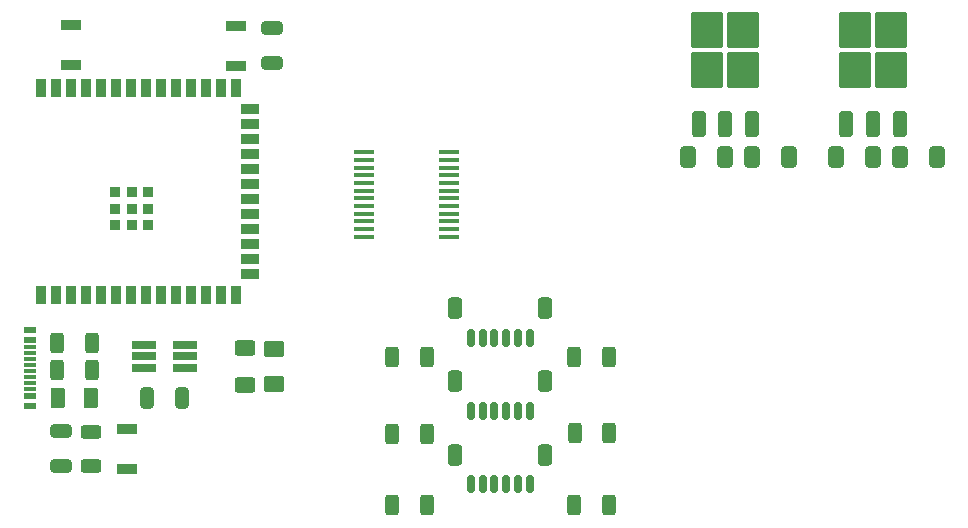
<source format=gtp>
G04 #@! TF.GenerationSoftware,KiCad,Pcbnew,7.0.8*
G04 #@! TF.CreationDate,2023-10-29T22:23:11+01:00*
G04 #@! TF.ProjectId,sumec,73756d65-632e-46b6-9963-61645f706362,rev?*
G04 #@! TF.SameCoordinates,Original*
G04 #@! TF.FileFunction,Paste,Top*
G04 #@! TF.FilePolarity,Positive*
%FSLAX46Y46*%
G04 Gerber Fmt 4.6, Leading zero omitted, Abs format (unit mm)*
G04 Created by KiCad (PCBNEW 7.0.8) date 2023-10-29 22:23:11*
%MOMM*%
%LPD*%
G01*
G04 APERTURE LIST*
G04 Aperture macros list*
%AMRoundRect*
0 Rectangle with rounded corners*
0 $1 Rounding radius*
0 $2 $3 $4 $5 $6 $7 $8 $9 X,Y pos of 4 corners*
0 Add a 4 corners polygon primitive as box body*
4,1,4,$2,$3,$4,$5,$6,$7,$8,$9,$2,$3,0*
0 Add four circle primitives for the rounded corners*
1,1,$1+$1,$2,$3*
1,1,$1+$1,$4,$5*
1,1,$1+$1,$6,$7*
1,1,$1+$1,$8,$9*
0 Add four rect primitives between the rounded corners*
20,1,$1+$1,$2,$3,$4,$5,0*
20,1,$1+$1,$4,$5,$6,$7,0*
20,1,$1+$1,$6,$7,$8,$9,0*
20,1,$1+$1,$8,$9,$2,$3,0*%
G04 Aperture macros list end*
%ADD10RoundRect,0.250001X0.624999X-0.462499X0.624999X0.462499X-0.624999X0.462499X-0.624999X-0.462499X0*%
%ADD11RoundRect,0.250000X-0.312500X-0.625000X0.312500X-0.625000X0.312500X0.625000X-0.312500X0.625000X0*%
%ADD12RoundRect,0.250000X0.312500X0.625000X-0.312500X0.625000X-0.312500X-0.625000X0.312500X-0.625000X0*%
%ADD13R,1.750000X0.450000*%
%ADD14R,1.700000X0.900000*%
%ADD15RoundRect,0.150000X-0.150000X-0.625000X0.150000X-0.625000X0.150000X0.625000X-0.150000X0.625000X0*%
%ADD16RoundRect,0.250000X-0.350000X-0.650000X0.350000X-0.650000X0.350000X0.650000X-0.350000X0.650000X0*%
%ADD17RoundRect,0.250000X0.350000X-0.850000X0.350000X0.850000X-0.350000X0.850000X-0.350000X-0.850000X0*%
%ADD18RoundRect,0.250000X1.125000X-1.275000X1.125000X1.275000X-1.125000X1.275000X-1.125000X-1.275000X0*%
%ADD19R,0.900000X1.500000*%
%ADD20R,1.500000X0.900000*%
%ADD21R,0.900000X0.900000*%
%ADD22RoundRect,0.250000X-0.412500X-0.650000X0.412500X-0.650000X0.412500X0.650000X-0.412500X0.650000X0*%
%ADD23RoundRect,0.250000X0.375000X0.625000X-0.375000X0.625000X-0.375000X-0.625000X0.375000X-0.625000X0*%
%ADD24RoundRect,0.250000X0.650000X-0.325000X0.650000X0.325000X-0.650000X0.325000X-0.650000X-0.325000X0*%
%ADD25R,2.000000X0.650000*%
%ADD26RoundRect,0.250000X0.412500X0.650000X-0.412500X0.650000X-0.412500X-0.650000X0.412500X-0.650000X0*%
%ADD27RoundRect,0.250000X-0.325000X-0.650000X0.325000X-0.650000X0.325000X0.650000X-0.325000X0.650000X0*%
%ADD28RoundRect,0.250000X0.625000X-0.400000X0.625000X0.400000X-0.625000X0.400000X-0.625000X-0.400000X0*%
%ADD29RoundRect,0.250000X-0.625000X0.312500X-0.625000X-0.312500X0.625000X-0.312500X0.625000X0.312500X0*%
%ADD30RoundRect,0.250000X-0.650000X0.325000X-0.650000X-0.325000X0.650000X-0.325000X0.650000X0.325000X0*%
%ADD31R,1.140000X0.600000*%
%ADD32R,1.140000X0.300000*%
G04 APERTURE END LIST*
D10*
X178350000Y-78087500D03*
X178350000Y-75112500D03*
D11*
X159987500Y-74600000D03*
X162912500Y-74600000D03*
D12*
X191250000Y-88325000D03*
X188325000Y-88325000D03*
X191250000Y-75825000D03*
X188325000Y-75825000D03*
D13*
X193134800Y-65601800D03*
X193134800Y-64951800D03*
X193134800Y-64301800D03*
X193134800Y-63651800D03*
X193134800Y-63001800D03*
X193134800Y-62351800D03*
X193134800Y-61701800D03*
X193134800Y-61051800D03*
X193134800Y-60401800D03*
X193134800Y-59751800D03*
X193134800Y-59101800D03*
X193134800Y-58451800D03*
X185934800Y-58451800D03*
X185934800Y-59101800D03*
X185934800Y-59751800D03*
X185934800Y-60401800D03*
X185934800Y-61051800D03*
X185934800Y-61701800D03*
X185934800Y-62351800D03*
X185934800Y-63001800D03*
X185934800Y-63651800D03*
X185934800Y-64301800D03*
X185934800Y-64951800D03*
X185934800Y-65601800D03*
D14*
X175100000Y-47750000D03*
X175100000Y-51150000D03*
D12*
X206712500Y-82250000D03*
X203787500Y-82250000D03*
D15*
X195000000Y-74150000D03*
X196000000Y-74150000D03*
X197000000Y-74150000D03*
X198000000Y-74150000D03*
X199000000Y-74150000D03*
X200000000Y-74150000D03*
D16*
X193700000Y-71625000D03*
X201300000Y-71625000D03*
D17*
X226777200Y-56094000D03*
X229057200Y-56094000D03*
D18*
X227532200Y-51469000D03*
X230582200Y-51469000D03*
X227532200Y-48119000D03*
X230582200Y-48119000D03*
D17*
X231337200Y-56094000D03*
D12*
X206675000Y-75750000D03*
X203750000Y-75750000D03*
D11*
X159979900Y-76911200D03*
X162904900Y-76911200D03*
D17*
X214280400Y-56084000D03*
X216560400Y-56084000D03*
D18*
X215035400Y-51459000D03*
X218085400Y-51459000D03*
X215035400Y-48109000D03*
X218085400Y-48109000D03*
D17*
X218840400Y-56084000D03*
D19*
X158574000Y-70500000D03*
X159844000Y-70500000D03*
X161114000Y-70500000D03*
X162384000Y-70500000D03*
X163654000Y-70500000D03*
X164924000Y-70500000D03*
X166194000Y-70500000D03*
X167464000Y-70500000D03*
X168734000Y-70500000D03*
X170004000Y-70500000D03*
X171274000Y-70500000D03*
X172544000Y-70500000D03*
X173814000Y-70500000D03*
X175084000Y-70500000D03*
D20*
X176334000Y-68735000D03*
X176334000Y-67465000D03*
X176334000Y-66195000D03*
X176334000Y-64925000D03*
X176334000Y-63655000D03*
X176334000Y-62385000D03*
X176334000Y-61115000D03*
X176334000Y-59845000D03*
X176334000Y-58575000D03*
X176334000Y-57305000D03*
X176334000Y-56035000D03*
X176334000Y-54765000D03*
D19*
X175084000Y-53000000D03*
X173814000Y-53000000D03*
X172544000Y-53000000D03*
X171274000Y-53000000D03*
X170004000Y-53000000D03*
X168734000Y-53000000D03*
X167464000Y-53000000D03*
X166194000Y-53000000D03*
X164924000Y-53000000D03*
X163654000Y-53000000D03*
X162384000Y-53000000D03*
X161114000Y-53000000D03*
X159844000Y-53000000D03*
X158574000Y-53000000D03*
D21*
X164894000Y-64650000D03*
X166294000Y-64650000D03*
X167694000Y-64650000D03*
X167694000Y-64650000D03*
X164894000Y-63250000D03*
X164894000Y-63250000D03*
X166294000Y-63250000D03*
X167694000Y-63250000D03*
X164894000Y-61850000D03*
X166294000Y-61850000D03*
X167694000Y-61850000D03*
D15*
X195000000Y-86575000D03*
X196000000Y-86575000D03*
X197000000Y-86575000D03*
X198000000Y-86575000D03*
X199000000Y-86575000D03*
X200000000Y-86575000D03*
D16*
X193700000Y-84050000D03*
X201300000Y-84050000D03*
D22*
X218807900Y-58843600D03*
X221932900Y-58843600D03*
D23*
X162842400Y-79248000D03*
X160042400Y-79248000D03*
D24*
X178200000Y-50925000D03*
X178200000Y-47975000D03*
D25*
X167352400Y-74792800D03*
X167352400Y-75742800D03*
X167352400Y-76692800D03*
X170772400Y-76692800D03*
X170772400Y-75742800D03*
X170772400Y-74792800D03*
D26*
X216548100Y-58826400D03*
X213423100Y-58826400D03*
D27*
X167587400Y-79248000D03*
X170537400Y-79248000D03*
D22*
X231355500Y-58826400D03*
X234480500Y-58826400D03*
D26*
X229044900Y-58826400D03*
X225919900Y-58826400D03*
D28*
X175850000Y-78150000D03*
X175850000Y-75050000D03*
D29*
X162839400Y-82105300D03*
X162839400Y-85030300D03*
D30*
X160299400Y-82092800D03*
X160299400Y-85042800D03*
D15*
X195000000Y-80325000D03*
X196000000Y-80325000D03*
X197000000Y-80325000D03*
X198000000Y-80325000D03*
X199000000Y-80325000D03*
X200000000Y-80325000D03*
D16*
X193700000Y-77800000D03*
X201300000Y-77800000D03*
D14*
X161137600Y-47700000D03*
X161137600Y-51100000D03*
D12*
X206675000Y-88325000D03*
X203750000Y-88325000D03*
X191250000Y-82325000D03*
X188325000Y-82325000D03*
D31*
X157658000Y-73508000D03*
X157658000Y-74308000D03*
D32*
X157658000Y-75458000D03*
X157658000Y-76458000D03*
X157658000Y-76958000D03*
X157658000Y-77958000D03*
D31*
X157658000Y-79908000D03*
X157658000Y-79108000D03*
D32*
X157658000Y-78458000D03*
X157658000Y-77458000D03*
X157658000Y-75958000D03*
X157658000Y-74958000D03*
D14*
X165887400Y-85267800D03*
X165887400Y-81867800D03*
M02*

</source>
